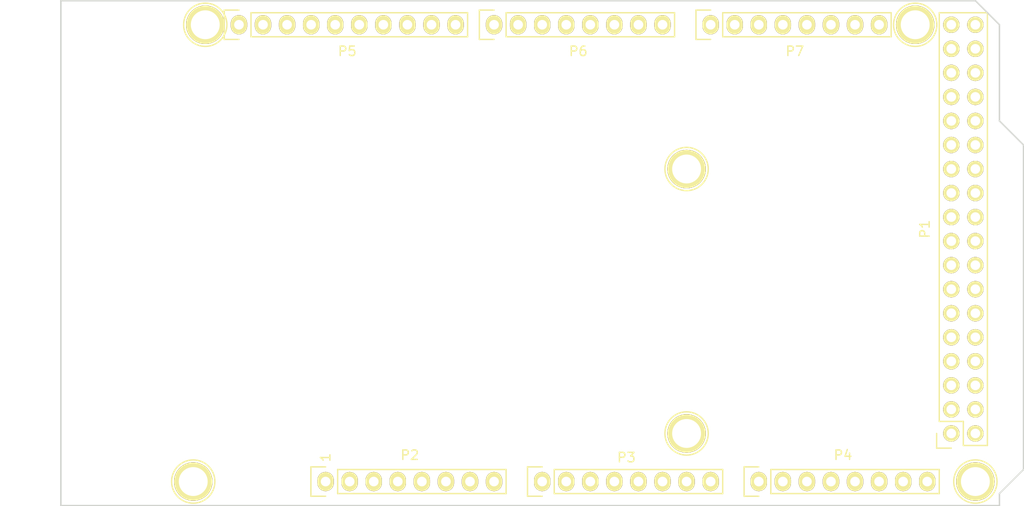
<source format=kicad_pcb>
(kicad_pcb (version 20221018) (generator pcbnew)
  (title_block (date "mar. 31 mars 2015"))
  (layers (0 "F.Cu" signal) (31 "B.Cu" signal) (34 "B.Paste" user) (35 "F.Paste" user) (36 "B.SilkS" user "B.Silkscreen") (37 "F.SilkS" user "F.Silkscreen") (38 "B.Mask" user) (39 "F.Mask" user) (44 "Edge.Cuts" user))
  (net 0 "")
  (net 1 "GND")
  (net 2 "/52(SCK)")
  (net 3 "/53(SS)")
  (net 4 "/50(MISO)")
  (net 5 "/51(MOSI)")
  (net 6 "/48")
  (net 7 "/49")
  (net 8 "/46")
  (net 9 "/47")
  (net 10 "/44")
  (net 11 "/45")
  (net 12 "/42")
  (net 13 "/43")
  (net 14 "/40")
  (net 15 "/41")
  (net 16 "/38")
  (net 17 "/39")
  (net 18 "/36")
  (net 19 "/37")
  (net 20 "/34")
  (net 21 "/35")
  (net 22 "/32")
  (net 23 "/33")
  (net 24 "/30")
  (net 25 "/31")
  (net 26 "/28")
  (net 27 "/29")
  (net 28 "/26")
  (net 29 "/27")
  (net 30 "/24")
  (net 31 "/25")
  (net 32 "/22")
  (net 33 "/23")
  (net 34 "+5V")
  (net 35 "/IOREF")
  (net 36 "/Reset")
  (net 37 "/Vin")
  (net 38 "/A0")
  (net 39 "/A1")
  (net 40 "/A2")
  (net 41 "/A3")
  (net 42 "/A4")
  (net 43 "/A5")
  (net 44 "/A6")
  (net 45 "/A7")
  (net 46 "/A8")
  (net 47 "/A9")
  (net 48 "/A10")
  (net 49 "/A11")
  (net 50 "/A12")
  (net 51 "/A13")
  (net 52 "/A14")
  (net 53 "/A15")
  (net 54 "/SCL")
  (net 55 "/SDA")
  (net 56 "/AREF")
  (net 57 "/13(**)")
  (net 58 "/12(**)")
  (net 59 "/11(**)")
  (net 60 "/10(**)")
  (net 61 "/9(**)")
  (net 62 "/8(**)")
  (net 63 "/7(**)")
  (net 64 "/6(**)")
  (net 65 "/5(**)")
  (net 66 "/4(**)")
  (net 67 "/3(**)")
  (net 68 "/2(**)")
  (net 69 "/20(SDA)")
  (net 70 "/21(SCL)")
  (net 71 "Net-(P8-Pad1)")
  (net 72 "Net-(P9-Pad1)")
  (net 73 "Net-(P10-Pad1)")
  (net 74 "Net-(P11-Pad1)")
  (net 75 "Net-(P12-Pad1)")
  (net 76 "Net-(P13-Pad1)")
  (net 77 "Net-(P2-Pad1)")
  (net 78 "+3V3")
  (net 79 "/1(Tx0)")
  (net 80 "/0(Rx0)")
  (net 81 "/14(Tx3)")
  (net 82 "/15(Rx3)")
  (net 83 "/16(Tx2)")
  (net 84 "/17(Rx2)")
  (net 85 "/18(Tx1)")
  (net 86 "/19(Rx1)")
  (footprint "Socket_Arduino_Mega:Socket_Strip_Arduino_2x18" (layer "F.Cu") (at 197.358 114.046 90)
    (fp_text reference "P1" (at 21.59 -2.794 90) (layer "F.SilkS"))
    (fp_text value "Digital")
    (fp_line (start -1.55 -1.55) (end -1.55 0) (stroke (width 0.15)) (layer "F.SilkS"))
    (fp_line (start -1.27 1.27) (end 1.27 1.27) (stroke (width 0.15)) (layer "F.SilkS"))
    (fp_line (start -1.27 3.81) (end -1.27 1.27) (stroke (width 0.15)) (layer "F.SilkS"))
    (fp_line (start -1.27 3.81) (end 44.45 3.81) (stroke (width 0.15)) (layer "F.SilkS"))
    (fp_line (start 0 -1.55) (end -1.55 -1.55) (stroke (width 0.15)) (layer "F.SilkS"))
    (fp_line (start 1.27 1.27) (end 1.27 -1.27) (stroke (width 0.15)) (layer "F.SilkS"))
    (fp_line (start 44.45 -1.27) (end 1.27 -1.27) (stroke (width 0.15)) (layer "F.SilkS"))
    (fp_line (start 44.45 3.81) (end 44.45 -1.27) (stroke (width 0.15)) (layer "F.SilkS"))
    (pad "1" thru_hole circle locked (at 0 0 90) (size 1.7272 1.7272) (drill 1.016) (layers "*.Cu" "*.Mask" "F.SilkS") (net 1 "GND"))
    (pad "2" thru_hole oval locked (at 0 2.54 90) (size 1.7272 1.7272) (drill 1.016) (layers "*.Cu" "*.Mask" "F.SilkS") (net 1 "GND"))
    (pad "3" thru_hole oval locked (at 2.54 0 90) (size 1.7272 1.7272) (drill 1.016) (layers "*.Cu" "*.Mask" "F.SilkS") (net 2 "/52(SCK)"))
    (pad "4" thru_hole oval locked (at 2.54 2.54 90) (size 1.7272 1.7272) (drill 1.016) (layers "*.Cu" "*.Mask" "F.SilkS") (net 3 "/53(SS)"))
    (pad "5" thru_hole oval locked (at 5.08 0 90) (size 1.7272 1.7272) (drill 1.016) (layers "*.Cu" "*.Mask" "F.SilkS") (net 4 "/50(MISO)"))
    (pad "6" thru_hole oval locked (at 5.08 2.54 90) (size 1.7272 1.7272) (drill 1.016) (layers "*.Cu" "*.Mask" "F.SilkS") (net 5 "/51(MOSI)"))
    (pad "7" thru_hole oval locked (at 7.62 0 90) (size 1.7272 1.7272) (drill 1.016) (layers "*.Cu" "*.Mask" "F.SilkS") (net 6 "/48"))
    (pad "8" thru_hole oval locked (at 7.62 2.54 90) (size 1.7272 1.7272) (drill 1.016) (layers "*.Cu" "*.Mask" "F.SilkS") (net 7 "/49"))
    (pad "9" thru_hole oval locked (at 10.16 0 90) (size 1.7272 1.7272) (drill 1.016) (layers "*.Cu" "*.Mask" "F.SilkS") (net 8 "/46"))
    (pad "10" thru_hole oval locked (at 10.16 2.54 90) (size 1.7272 1.7272) (drill 1.016) (layers "*.Cu" "*.Mask" "F.SilkS") (net 9 "/47"))
    (pad "11" thru_hole oval locked (at 12.7 0 90) (size 1.7272 1.7272) (drill 1.016) (layers "*.Cu" "*.Mask" "F.SilkS") (net 10 "/44"))
    (pad "12" thru_hole oval locked (at 12.7 2.54 90) (size 1.7272 1.7272) (drill 1.016) (layers "*.Cu" "*.Mask" "F.SilkS") (net 11 "/45"))
    (pad "13" thru_hole oval locked (at 15.24 0 90) (size 1.7272 1.7272) (drill 1.016) (layers "*.Cu" "*.Mask" "F.SilkS") (net 12 "/42"))
    (pad "14" thru_hole oval locked (at 15.24 2.54 90) (size 1.7272 1.7272) (drill 1.016) (layers "*.Cu" "*.Mask" "F.SilkS") (net 13 "/43"))
    (pad "15" thru_hole oval locked (at 17.78 0 90) (size 1.7272 1.7272) (drill 1.016) (layers "*.Cu" "*.Mask" "F.SilkS") (net 14 "/40"))
    (pad "16" thru_hole oval locked (at 17.78 2.54 90) (size 1.7272 1.7272) (drill 1.016) (layers "*.Cu" "*.Mask" "F.SilkS") (net 15 "/41"))
    (pad "17" thru_hole oval locked (at 20.32 0 90) (size 1.7272 1.7272) (drill 1.016) (layers "*.Cu" "*.Mask" "F.SilkS") (net 16 "/38"))
    (pad "18" thru_hole oval locked (at 20.32 2.54 90) (size 1.7272 1.7272) (drill 1.016) (layers "*.Cu" "*.Mask" "F.SilkS") (net 17 "/39"))
    (pad "19" thru_hole oval locked (at 22.86 0 90) (size 1.7272 1.7272) (drill 1.016) (layers "*.Cu" "*.Mask" "F.SilkS") (net 18 "/36"))
    (pad "20" thru_hole oval locked (at 22.86 2.54 90) (size 1.7272 1.7272) (drill 1.016) (layers "*.Cu" "*.Mask" "F.SilkS") (net 19 "/37"))
    (pad "21" thru_hole oval locked (at 25.4 0 90) (size 1.7272 1.7272) (drill 1.016) (layers "*.Cu" "*.Mask" "F.SilkS") (net 20 "/34"))
    (pad "22" thru_hole oval locked (at 25.4 2.54 90) (size 1.7272 1.7272) (drill 1.016) (layers "*.Cu" "*.Mask" "F.SilkS") (net 21 "/35"))
    (pad "23" thru_hole oval locked (at 27.94 0 90) (size 1.7272 1.7272) (drill 1.016) (layers "*.Cu" "*.Mask" "F.SilkS") (net 22 "/32"))
    (pad "24" thru_hole oval locked (at 27.94 2.54 90) (size 1.7272 1.7272) (drill 1.016) (layers "*.Cu" "*.Mask" "F.SilkS") (net 23 "/33"))
    (pad "25" thru_hole oval locked (at 30.48 0 90) (size 1.7272 1.7272) (drill 1.016) (layers "*.Cu" "*.Mask" "F.SilkS") (net 24 "/30"))
    (pad "26" thru_hole oval locked (at 30.48 2.54 90) (size 1.7272 1.7272) (drill 1.016) (layers "*.Cu" "*.Mask" "F.SilkS") (net 25 "/31"))
    (pad "27" thru_hole oval locked (at 33.02 0 90) (size 1.7272 1.7272) (drill 1.016) (layers "*.Cu" "*.Mask" "F.SilkS") (net 26 "/28"))
    (pad "28" thru_hole oval locked (at 33.02 2.54 90) (size 1.7272 1.7272) (drill 1.016) (layers "*.Cu" "*.Mask" "F.SilkS") (net 27 "/29"))
    (pad "29" thru_hole oval locked (at 35.56 0 90) (size 1.7272 1.7272) (drill 1.016) (layers "*.Cu" "*.Mask" "F.SilkS") (net 28 "/26"))
    (pad "30" thru_hole oval locked (at 35.56 2.54 90) (size 1.7272 1.7272) (drill 1.016) (layers "*.Cu" "*.Mask" "F.SilkS") (net 29 "/27"))
    (pad "31" thru_hole oval locked (at 38.1 0 90) (size 1.7272 1.7272) (drill 1.016) (layers "*.Cu" "*.Mask" "F.SilkS") (net 30 "/24"))
    (pad "32" thru_hole oval locked (at 38.1 2.54 90) (size 1.7272 1.7272) (drill 1.016) (layers "*.Cu" "*.Mask" "F.SilkS") (net 31 "/25"))
    (pad "33" thru_hole oval locked (at 40.64 0 90) (size 1.7272 1.7272) (drill 1.016) (layers "*.Cu" "*.Mask" "F.SilkS") (net 32 "/22"))
    (pad "34" thru_hole oval locked (at 40.64 2.54 90) (size 1.7272 1.7272) (drill 1.016) (layers "*.Cu" "*.Mask" "F.SilkS") (net 33 "/23"))
    (pad "35" thru_hole oval locked (at 43.18 0 90) (size 1.7272 1.7272) (drill 1.016) (layers "*.Cu" "*.Mask" "F.SilkS") (net 34 "+5V"))
    (pad "36" thru_hole oval locked (at 43.18 2.54 90) (size 1.7272 1.7272) (drill 1.016) (layers "*.Cu" "*.Mask" "F.SilkS") (net 34 "+5V"))
  )
  (footprint "Socket_Arduino_Mega:Socket_Strip_Arduino_1x08" (layer "F.Cu") (at 131.318 119.126)
    (fp_text reference "P2" (at 8.89 -2.794) (layer "F.SilkS"))
    (fp_text value "Power")
    (fp_line (start -1.55 -1.55) (end -1.55 1.55) (stroke (width 0.15)) (layer "F.SilkS"))
    (fp_line (start -1.55 1.55) (end 0 1.55) (stroke (width 0.15)) (layer "F.SilkS"))
    (fp_line (start 0 -1.55) (end -1.55 -1.55) (stroke (width 0.15)) (layer "F.SilkS"))
    (fp_line (start 1.27 1.27) (end 1.27 -1.27) (stroke (width 0.15)) (layer "F.SilkS"))
    (fp_line (start 1.27 1.27) (end 19.05 1.27) (stroke (width 0.15)) (layer "F.SilkS"))
    (fp_line (start 19.05 -1.27) (end 1.27 -1.27) (stroke (width 0.15)) (layer "F.SilkS"))
    (fp_line (start 19.05 1.27) (end 19.05 -1.27) (stroke (width 0.15)) (layer "F.SilkS"))
    (pad "1" thru_hole oval locked (at 0 0) (size 1.7272 2.032) (drill 1.016) (layers "*.Cu" "*.Mask" "F.SilkS") (net 77 "Net-(P2-Pad1)"))
    (pad "2" thru_hole oval locked (at 2.54 0) (size 1.7272 2.032) (drill 1.016) (layers "*.Cu" "*.Mask" "F.SilkS") (net 35 "/IOREF"))
    (pad "3" thru_hole oval locked (at 5.08 0) (size 1.7272 2.032) (drill 1.016) (layers "*.Cu" "*.Mask" "F.SilkS") (net 36 "/Reset"))
    (pad "4" thru_hole oval locked (at 7.62 0) (size 1.7272 2.032) (drill 1.016) (layers "*.Cu" "*.Mask" "F.SilkS") (net 78 "+3V3"))
    (pad "5" thru_hole oval locked (at 10.16 0) (size 1.7272 2.032) (drill 1.016) (layers "*.Cu" "*.Mask" "F.SilkS") (net 34 "+5V"))
    (pad "6" thru_hole oval locked (at 12.7 0) (size 1.7272 2.032) (drill 1.016) (layers "*.Cu" "*.Mask" "F.SilkS") (net 1 "GND"))
    (pad "7" thru_hole oval locked (at 15.24 0) (size 1.7272 2.032) (drill 1.016) (layers "*.Cu" "*.Mask" "F.SilkS") (net 1 "GND"))
    (pad "8" thru_hole oval locked (at 17.78 0) (size 1.7272 2.032) (drill 1.016) (layers "*.Cu" "*.Mask" "F.SilkS") (net 37 "/Vin"))
  )
  (footprint "Socket_Arduino_Mega:Socket_Strip_Arduino_1x08" (layer "F.Cu") (at 154.178 119.126)
    (fp_text reference "P3" (at 8.89 -2.54) (layer "F.SilkS"))
    (fp_text value "Analog")
    (fp_line (start -1.55 -1.55) (end -1.55 1.55) (stroke (width 0.15)) (layer "F.SilkS"))
    (fp_line (start -1.55 1.55) (end 0 1.55) (stroke (width 0.15)) (layer "F.SilkS"))
    (fp_line (start 0 -1.55) (end -1.55 -1.55) (stroke (width 0.15)) (layer "F.SilkS"))
    (fp_line (start 1.27 1.27) (end 1.27 -1.27) (stroke (width 0.15)) (layer "F.SilkS"))
    (fp_line (start 1.27 1.27) (end 19.05 1.27) (stroke (width 0.15)) (layer "F.SilkS"))
    (fp_line (start 19.05 -1.27) (end 1.27 -1.27) (stroke (width 0.15)) (layer "F.SilkS"))
    (fp_line (start 19.05 1.27) (end 19.05 -1.27) (stroke (width 0.15)) (layer "F.SilkS"))
    (pad "1" thru_hole oval locked (at 0 0) (size 1.7272 2.032) (drill 1.016) (layers "*.Cu" "*.Mask" "F.SilkS") (net 38 "/A0"))
    (pad "2" thru_hole oval locked (at 2.54 0) (size 1.7272 2.032) (drill 1.016) (layers "*.Cu" "*.Mask" "F.SilkS") (net 39 "/A1"))
    (pad "3" thru_hole oval locked (at 5.08 0) (size 1.7272 2.032) (drill 1.016) (layers "*.Cu" "*.Mask" "F.SilkS") (net 40 "/A2"))
    (pad "4" thru_hole oval locked (at 7.62 0) (size 1.7272 2.032) (drill 1.016) (layers "*.Cu" "*.Mask" "F.SilkS") (net 41 "/A3"))
    (pad "5" thru_hole oval locked (at 10.16 0) (size 1.7272 2.032) (drill 1.016) (layers "*.Cu" "*.Mask" "F.SilkS") (net 42 "/A4"))
    (pad "6" thru_hole oval locked (at 12.7 0) (size 1.7272 2.032) (drill 1.016) (layers "*.Cu" "*.Mask" "F.SilkS") (net 43 "/A5"))
    (pad "7" thru_hole oval locked (at 15.24 0) (size 1.7272 2.032) (drill 1.016) (layers "*.Cu" "*.Mask" "F.SilkS") (net 44 "/A6"))
    (pad "8" thru_hole oval locked (at 17.78 0) (size 1.7272 2.032) (drill 1.016) (layers "*.Cu" "*.Mask" "F.SilkS") (net 45 "/A7"))
  )
  (footprint "Socket_Arduino_Mega:Socket_Strip_Arduino_1x08" (layer "F.Cu") (at 177.038 119.126)
    (fp_text reference "P4" (at 8.89 -2.794) (layer "F.SilkS"))
    (fp_text value "Analog")
    (fp_line (start -1.55 -1.55) (end -1.55 1.55) (stroke (width 0.15)) (layer "F.SilkS"))
    (fp_line (start -1.55 1.55) (end 0 1.55) (stroke (width 0.15)) (layer "F.SilkS"))
    (fp_line (start 0 -1.55) (end -1.55 -1.55) (stroke (width 0.15)) (layer "F.SilkS"))
    (fp_line (start 1.27 1.27) (end 1.27 -1.27) (stroke (width 0.15)) (layer "F.SilkS"))
    (fp_line (start 1.27 1.27) (end 19.05 1.27) (stroke (width 0.15)) (layer "F.SilkS"))
    (fp_line (start 19.05 -1.27) (end 1.27 -1.27) (stroke (width 0.15)) (layer "F.SilkS"))
    (fp_line (start 19.05 1.27) (end 19.05 -1.27) (stroke (width 0.15)) (layer "F.SilkS"))
    (pad "1" thru_hole oval locked (at 0 0) (size 1.7272 2.032) (drill 1.016) (layers "*.Cu" "*.Mask" "F.SilkS") (net 46 "/A8"))
    (pad "2" thru_hole oval locked (at 2.54 0) (size 1.7272 2.032) (drill 1.016) (layers "*.Cu" "*.Mask" "F.SilkS") (net 47 "/A9"))
    (pad "3" thru_hole oval locked (at 5.08 0) (size 1.7272 2.032) (drill 1.016) (layers "*.Cu" "*.Mask" "F.SilkS") (net 48 "/A10"))
    (pad "4" thru_hole oval locked (at 7.62 0) (size 1.7272 2.032) (drill 1.016) (layers "*.Cu" "*.Mask" "F.SilkS") (net 49 "/A11"))
    (pad "5" thru_hole oval locked (at 10.16 0) (size 1.7272 2.032) (drill 1.016) (layers "*.Cu" "*.Mask" "F.SilkS") (net 50 "/A12"))
    (pad "6" thru_hole oval locked (at 12.7 0) (size 1.7272 2.032) (drill 1.016) (layers "*.Cu" "*.Mask" "F.SilkS") (net 51 "/A13"))
    (pad "7" thru_hole oval locked (at 15.24 0) (size 1.7272 2.032) (drill 1.016) (layers "*.Cu" "*.Mask" "F.SilkS") (net 52 "/A14"))
    (pad "8" thru_hole oval locked (at 17.78 0) (size 1.7272 2.032) (drill 1.016) (layers "*.Cu" "*.Mask" "F.SilkS") (net 53 "/A15"))
  )
  (footprint "Socket_Arduino_Mega:Socket_Strip_Arduino_1x10" (layer "F.Cu") (at 122.174 70.866)
    (fp_text reference "P5" (at 11.43 2.794) (layer "F.SilkS"))
    (fp_text value "PWM")
    (fp_line (start -1.55 -1.55) (end -1.55 1.55) (stroke (width 0.15)) (layer "F.SilkS"))
    (fp_line (start -1.55 1.55) (end 0 1.55) (stroke (width 0.15)) (layer "F.SilkS"))
    (fp_line (start 0 -1.55) (end -1.55 -1.55) (stroke (width 0.15)) (layer "F.SilkS"))
    (fp_line (start 1.27 1.27) (end 1.27 -1.27) (stroke (width 0.15)) (layer "F.SilkS"))
    (fp_line (start 1.27 1.27) (end 24.13 1.27) (stroke (width 0.15)) (layer "F.SilkS"))
    (fp_line (start 24.13 -1.27) (end 1.27 -1.27) (stroke (width 0.15)) (layer "F.SilkS"))
    (fp_line (start 24.13 1.27) (end 24.13 -1.27) (stroke (width 0.15)) (layer "F.SilkS"))
    (pad "1" thru_hole oval locked (at 0 0) (size 1.7272 2.032) (drill 1.016) (layers "*.Cu" "*.Mask" "F.SilkS") (net 54 "/SCL"))
    (pad "2" thru_hole oval locked (at 2.54 0) (size 1.7272 2.032) (drill 1.016) (layers "*.Cu" "*.Mask" "F.SilkS") (net 55 "/SDA"))
    (pad "3" thru_hole oval locked (at 5.08 0) (size 1.7272 2.032) (drill 1.016) (layers "*.Cu" "*.Mask" "F.SilkS") (net 56 "/AREF"))
    (pad "4" thru_hole oval locked (at 7.62 0) (size 1.7272 2.032) (drill 1.016) (layers "*.Cu" "*.Mask" "F.SilkS") (net 1 "GND"))
    (pad "5" thru_hole oval locked (at 10.16 0) (size 1.7272 2.032) (drill 1.016) (layers "*.Cu" "*.Mask" "F.SilkS") (net 57 "/13(**)"))
    (pad "6" thru_hole oval locked (at 12.7 0) (size 1.7272 2.032) (drill 1.016) (layers "*.Cu" "*.Mask" "F.SilkS") (net 58 "/12(**)"))
    (pad "7" thru_hole oval locked (at 15.24 0) (size 1.7272 2.032) (drill 1.016) (layers "*.Cu" "*.Mask" "F.SilkS") (net 59 "/11(**)"))
    (pad "8" thru_hole oval locked (at 17.78 0) (size 1.7272 2.032) (drill 1.016) (layers "*.Cu" "*.Mask" "F.SilkS") (net 60 "/10(**)"))
    (pad "9" thru_hole oval locked (at 20.32 0) (size 1.7272 2.032) (drill 1.016) (layers "*.Cu" "*.Mask" "F.SilkS") (net 61 "/9(**)"))
    (pad "10" thru_hole oval locked (at 22.86 0) (size 1.7272 2.032) (drill 1.016) (layers "*.Cu" "*.Mask" "F.SilkS") (net 62 "/8(**)"))
  )
  (footprint "Socket_Arduino_Mega:Socket_Strip_Arduino_1x08" (layer "F.Cu") (at 149.098 70.866)
    (fp_text reference "P6" (at 8.89 2.794) (layer "F.SilkS"))
    (fp_text value "PWM")
    (fp_line (start -1.55 -1.55) (end -1.55 1.55) (stroke (width 0.15)) (layer "F.SilkS"))
    (fp_line (start -1.55 1.55) (end 0 1.55) (stroke (width 0.15)) (layer "F.SilkS"))
    (fp_line (start 0 -1.55) (end -1.55 -1.55) (stroke (width 0.15)) (layer "F.SilkS"))
    (fp_line (start 1.27 1.27) (end 1.27 -1.27) (stroke (width 0.15)) (layer "F.SilkS"))
    (fp_line (start 1.27 1.27) (end 19.05 1.27) (stroke (width 0.15)) (layer "F.SilkS"))
    (fp_line (start 19.05 -1.27) (end 1.27 -1.27) (stroke (width 0.15)) (layer "F.SilkS"))
    (fp_line (start 19.05 1.27) (end 19.05 -1.27) (stroke (width 0.15)) (layer "F.SilkS"))
    (pad "1" thru_hole oval locked (at 0 0) (size 1.7272 2.032) (drill 1.016) (layers "*.Cu" "*.Mask" "F.SilkS") (net 63 "/7(**)"))
    (pad "2" thru_hole oval locked (at 2.54 0) (size 1.7272 2.032) (drill 1.016) (layers "*.Cu" "*.Mask" "F.SilkS") (net 64 "/6(**)"))
    (pad "3" thru_hole oval locked (at 5.08 0) (size 1.7272 2.032) (drill 1.016) (layers "*.Cu" "*.Mask" "F.SilkS") (net 65 "/5(**)"))
    (pad "4" thru_hole oval locked (at 7.62 0) (size 1.7272 2.032) (drill 1.016) (layers "*.Cu" "*.Mask" "F.SilkS") (net 66 "/4(**)"))
    (pad "5" thru_hole oval locked (at 10.16 0) (size 1.7272 2.032) (drill 1.016) (layers "*.Cu" "*.Mask" "F.SilkS") (net 67 "/3(**)"))
    (pad "6" thru_hole oval locked (at 12.7 0) (size 1.7272 2.032) (drill 1.016) (layers "*.Cu" "*.Mask" "F.SilkS") (net 68 "/2(**)"))
    (pad "7" thru_hole oval locked (at 15.24 0) (size 1.7272 2.032) (drill 1.016) (layers "*.Cu" "*.Mask" "F.SilkS") (net 79 "/1(Tx0)"))
    (pad "8" thru_hole oval locked (at 17.78 0) (size 1.7272 2.032) (drill 1.016) (layers "*.Cu" "*.Mask" "F.SilkS") (net 80 "/0(Rx0)"))
  )
  (footprint "Socket_Arduino_Mega:Socket_Strip_Arduino_1x08" (layer "F.Cu") (at 171.958 70.866)
    (fp_text reference "P7" (at 8.89 2.794) (layer "F.SilkS"))
    (fp_text value "Communication")
    (fp_line (start -1.55 -1.55) (end -1.55 1.55) (stroke (width 0.15)) (layer "F.SilkS"))
    (fp_line (start -1.55 1.55) (end 0 1.55) (stroke (width 0.15)) (layer "F.SilkS"))
    (fp_line (start 0 -1.55) (end -1.55 -1.55) (stroke (width 0.15)) (layer "F.SilkS"))
    (fp_line (start 1.27 1.27) (end 1.27 -1.27) (stroke (width 0.15)) (layer "F.SilkS"))
    (fp_line (start 1.27 1.27) (end 19.05 1.27) (stroke (width 0.15)) (layer "F.SilkS"))
    (fp_line (start 19.05 -1.27) (end 1.27 -1.27) (stroke (width 0.15)) (layer "F.SilkS"))
    (fp_line (start 19.05 1.27) (end 19.05 -1.27) (stroke (width 0.15)) (layer "F.SilkS"))
    (pad "1" thru_hole oval locked (at 0 0) (size 1.7272 2.032) (drill 1.016) (layers "*.Cu" "*.Mask" "F.SilkS") (net 81 "/14(Tx3)"))
    (pad "2" thru_hole oval locked (at 2.54 0) (size 1.7272 2.032) (drill 1.016) (layers "*.Cu" "*.Mask" "F.SilkS") (net 82 "/15(Rx3)"))
    (pad "3" thru_hole oval locked (at 5.08 0) (size 1.7272 2.032) (drill 1.016) (layers "*.Cu" "*.Mask" "F.SilkS") (net 83 "/16(Tx2)"))
    (pad "4" thru_hole oval locked (at 7.62 0) (size 1.7272 2.032) (drill 1.016) (layers "*.Cu" "*.Mask" "F.SilkS") (net 84 "/17(Rx2)"))
    (pad "5" thru_hole oval locked (at 10.16 0) (size 1.7272 2.032) (drill 1.016) (layers "*.Cu" "*.Mask" "F.SilkS") (net 85 "/18(Tx1)"))
    (pad "6" thru_hole oval locked (at 12.7 0) (size 1.7272 2.032) (drill 1.016) (layers "*.Cu" "*.Mask" "F.SilkS") (net 86 "/19(Rx1)"))
    (pad "7" thru_hole oval locked (at 15.24 0) (size 1.7272 2.032) (drill 1.016) (layers "*.Cu" "*.Mask" "F.SilkS") (net 69 "/20(SDA)"))
    (pad "8" thru_hole oval locked (at 17.78 0) (size 1.7272 2.032) (drill 1.016) (layers "*.Cu" "*.Mask" "F.SilkS") (net 70 "/21(SCL)"))
  )
  (footprint "Socket_Arduino_Mega:Arduino_1pin" (layer "F.Cu") (at 117.348 119.126)
    (fp_text reference "P8" hide)
    (fp_text value "CONN_01X01" hide)
    (fp_circle (center 0 0) (end 0 -2.286) (stroke (width 0.15)) (fill none) (layer "F.SilkS"))
    (pad "1" thru_hole circle locked (at 0 0) (size 4.064 4.064) (drill 3.048) (layers "*.Cu" "*.Mask" "F.SilkS") (net 71 "Net-(P8-Pad1)"))
  )
  (footprint "Socket_Arduino_Mega:Arduino_1pin" (layer "F.Cu") (at 169.418 114.046)
    (fp_text reference "P9" hide)
    (fp_text value "CONN_01X01" hide)
    (fp_circle (center 0 0) (end 0 -2.286) (stroke (width 0.15)) (fill none) (layer "F.SilkS"))
    (pad "1" thru_hole circle locked (at 0 0) (size 4.064 4.064) (drill 3.048) (layers "*.Cu" "*.Mask" "F.SilkS") (net 72 "Net-(P9-Pad1)"))
  )
  (footprint "Socket_Arduino_Mega:Arduino_1pin" (layer "F.Cu") (at 199.898 119.126)
    (fp_text reference "P10" hide)
    (fp_text value "CONN_01X01" hide)
    (fp_circle (center 0 0) (end 0 -2.286) (stroke (width 0.15)) (fill none) (layer "F.SilkS"))
    (pad "1" thru_hole circle locked (at 0 0) (size 4.064 4.064) (drill 3.048) (layers "*.Cu" "*.Mask" "F.SilkS") (net 73 "Net-(P10-Pad1)"))
  )
  (footprint "Socket_Arduino_Mega:Arduino_1pin" (layer "F.Cu") (at 118.618 70.866)
    (fp_text reference "P11" hide)
    (fp_text value "CONN_01X01" hide)
    (fp_circle (center 0 0) (end 0 -2.286) (stroke (width 0.15)) (fill none) (layer "F.SilkS"))
    (pad "1" thru_hole circle locked (at 0 0) (size 4.064 4.064) (drill 3.048) (layers "*.Cu" "*.Mask" "F.SilkS") (net 74 "Net-(P11-Pad1)"))
  )
  (footprint "Socket_Arduino_Mega:Arduino_1pin" (layer "F.Cu") (at 169.418 86.106)
    (fp_text reference "P12" hide)
    (fp_text value "CONN_01X01" hide)
    (fp_circle (center 0 0) (end 0 -2.286) (stroke (width 0.15)) (fill none) (layer "F.SilkS"))
    (pad "1" thru_hole circle locked (at 0 0) (size 4.064 4.064) (drill 3.048) (layers "*.Cu" "*.Mask" "F.SilkS") (net 75 "Net-(P12-Pad1)"))
  )
  (footprint "Socket_Arduino_Mega:Arduino_1pin" (layer "F.Cu") (at 193.548 70.866)
    (fp_text reference "P13" hide)
    (fp_text value "CONN_01X01" hide)
    (fp_circle (center 0 0) (end 0 -2.286) (stroke (width 0.15)) (fill none) (layer "F.SilkS"))
    (pad "1" thru_hole circle locked (at 0 0) (size 4.064 4.064) (drill 3.048) (layers "*.Cu" "*.Mask" "F.SilkS") (net 76 "Net-(P13-Pad1)"))
  )
  (gr_line (start 202.438 121.666) (end 103.378 121.666) (stroke (width 0.15)) (layer "Edge.Cuts"))
  (gr_line (start 202.438 120.396) (end 202.438 121.666) (stroke (width 0.15)) (layer "Edge.Cuts"))
  (gr_line (start 202.438 70.866) (end 202.438 81.026) (stroke (width 0.15)) (layer "Edge.Cuts"))
  (gr_line (start 103.378 121.666) (end 103.378 68.326) (stroke (width 0.15)) (layer "Edge.Cuts"))
  (gr_line (start 103.378 68.326) (end 199.898 68.326) (stroke (width 0.15)) (layer "Edge.Cuts"))
  (gr_line (start 204.978 117.856) (end 202.438 120.396) (stroke (width 0.15)) (layer "Edge.Cuts"))
  (gr_line (start 202.438 81.026) (end 204.978 83.566) (stroke (width 0.15)) (layer "Edge.Cuts"))
  (gr_line (start 199.898 68.326) (end 202.438 70.866) (stroke (width 0.15)) (layer "Edge.Cuts"))
  (gr_line (start 204.978 83.566) (end 204.978 117.856) (stroke (width 0.15)) (layer "Edge.Cuts"))
  (gr_text "1" (at 131.318 116.586 90) (layer "F.SilkS") (effects (font (size 1 1))))
)
</source>
